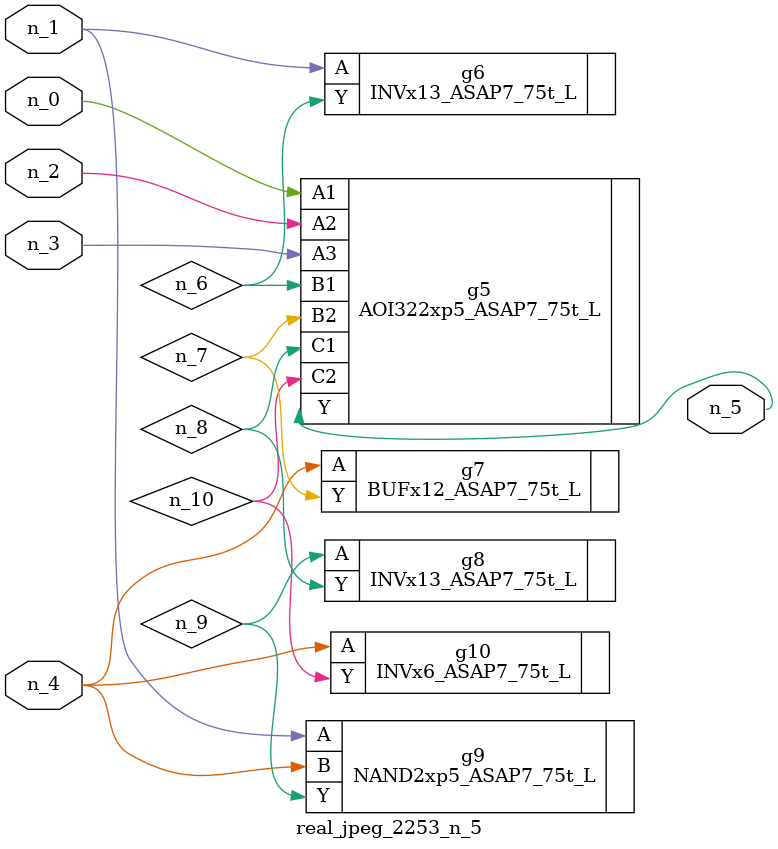
<source format=v>
module real_jpeg_2253_n_5 (n_4, n_0, n_1, n_2, n_3, n_5);

input n_4;
input n_0;
input n_1;
input n_2;
input n_3;

output n_5;

wire n_8;
wire n_6;
wire n_7;
wire n_10;
wire n_9;

AOI322xp5_ASAP7_75t_L g5 ( 
.A1(n_0),
.A2(n_2),
.A3(n_3),
.B1(n_6),
.B2(n_7),
.C1(n_8),
.C2(n_10),
.Y(n_5)
);

INVx13_ASAP7_75t_L g6 ( 
.A(n_1),
.Y(n_6)
);

NAND2xp5_ASAP7_75t_L g9 ( 
.A(n_1),
.B(n_4),
.Y(n_9)
);

BUFx12_ASAP7_75t_L g7 ( 
.A(n_4),
.Y(n_7)
);

INVx6_ASAP7_75t_L g10 ( 
.A(n_4),
.Y(n_10)
);

INVx13_ASAP7_75t_L g8 ( 
.A(n_9),
.Y(n_8)
);


endmodule
</source>
